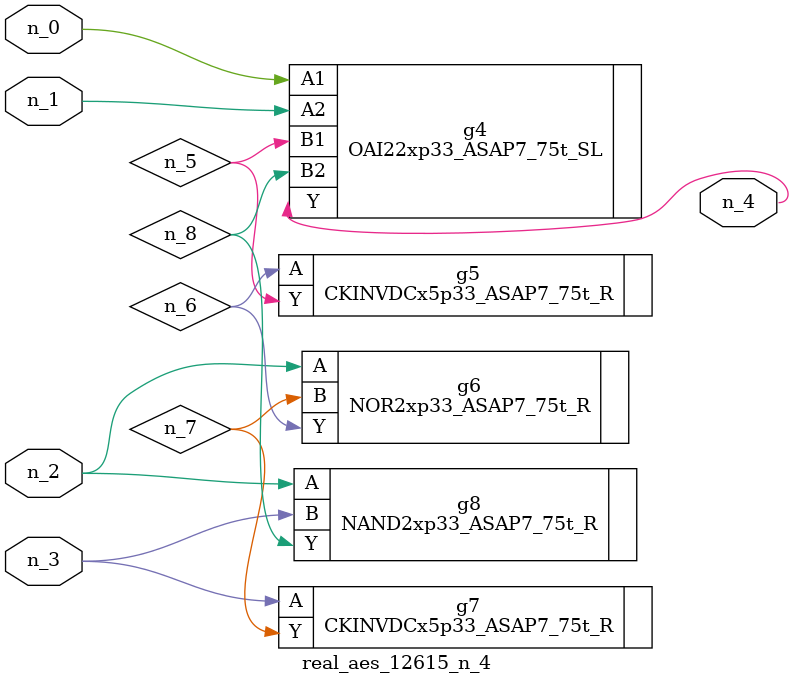
<source format=v>
module real_aes_12615_n_4 (n_0, n_3, n_2, n_1, n_4);
input n_0;
input n_3;
input n_2;
input n_1;
output n_4;
wire n_5;
wire n_7;
wire n_8;
wire n_6;
OAI22xp33_ASAP7_75t_SL g4 ( .A1(n_0), .A2(n_1), .B1(n_5), .B2(n_8), .Y(n_4) );
NOR2xp33_ASAP7_75t_R g6 ( .A(n_2), .B(n_7), .Y(n_6) );
NAND2xp33_ASAP7_75t_R g8 ( .A(n_2), .B(n_3), .Y(n_8) );
CKINVDCx5p33_ASAP7_75t_R g7 ( .A(n_3), .Y(n_7) );
CKINVDCx5p33_ASAP7_75t_R g5 ( .A(n_6), .Y(n_5) );
endmodule
</source>
